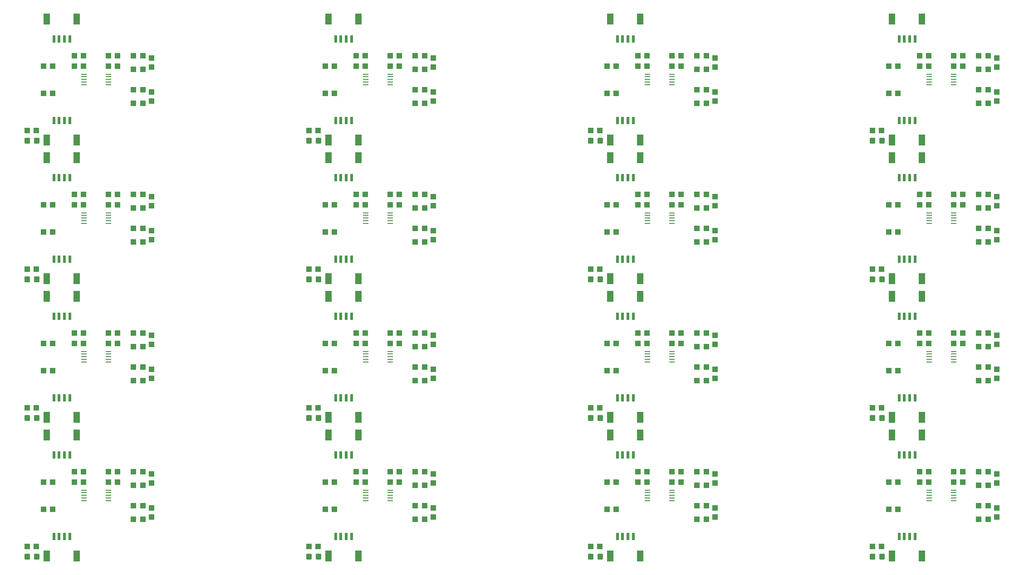
<source format=gtp>
G04 EAGLE Gerber RS-274X export*
G75*
%MOMM*%
%FSLAX34Y34*%
%LPD*%
%INSolderpaste Top*%
%IPPOS*%
%AMOC8*
5,1,8,0,0,1.08239X$1,22.5*%
G01*
%ADD10R,1.200000X2.000000*%
%ADD11R,0.600000X1.350000*%
%ADD12R,1.100000X0.250000*%
%ADD13R,1.100000X1.000000*%
%ADD14R,1.000000X1.100000*%
%ADD15C,0.300000*%


D10*
X99000Y14050D03*
X155000Y14050D03*
D11*
X112000Y50800D03*
X122000Y50800D03*
X132000Y50800D03*
X142000Y50800D03*
D12*
X167910Y122175D03*
X167910Y127175D03*
X167910Y132175D03*
X167910Y137175D03*
X167910Y117125D03*
X214160Y122175D03*
X214160Y127175D03*
X214160Y132175D03*
X214160Y137175D03*
X214160Y117125D03*
D10*
X155000Y239950D03*
X99000Y239950D03*
D11*
X142000Y203200D03*
X132000Y203200D03*
X122000Y203200D03*
X112000Y203200D03*
D13*
X277900Y107950D03*
X260900Y107950D03*
D14*
X294800Y86750D03*
X294800Y103750D03*
D13*
X260900Y82550D03*
X277900Y82550D03*
X277900Y146050D03*
X260900Y146050D03*
D14*
X294800Y167250D03*
X294800Y150250D03*
D13*
X260900Y171450D03*
X277900Y171450D03*
X167250Y152400D03*
X150250Y152400D03*
X213750Y171450D03*
X230750Y171450D03*
X167250Y171450D03*
X150250Y171450D03*
X213750Y152400D03*
X230750Y152400D03*
X93100Y101600D03*
X110100Y101600D03*
X93100Y152400D03*
X110100Y152400D03*
X62620Y31750D03*
X79620Y31750D03*
D15*
X65850Y16200D02*
X65850Y9200D01*
X58850Y9200D01*
X58850Y16200D01*
X65850Y16200D01*
X65850Y12050D02*
X58850Y12050D01*
X58850Y14900D02*
X65850Y14900D01*
X83390Y16200D02*
X83390Y9200D01*
X76390Y9200D01*
X76390Y16200D01*
X83390Y16200D01*
X83390Y12050D02*
X76390Y12050D01*
X76390Y14900D02*
X83390Y14900D01*
D10*
X624780Y14050D03*
X680780Y14050D03*
D11*
X637780Y50800D03*
X647780Y50800D03*
X657780Y50800D03*
X667780Y50800D03*
D12*
X693690Y122175D03*
X693690Y127175D03*
X693690Y132175D03*
X693690Y137175D03*
X693690Y117125D03*
X739940Y122175D03*
X739940Y127175D03*
X739940Y132175D03*
X739940Y137175D03*
X739940Y117125D03*
D10*
X680780Y239950D03*
X624780Y239950D03*
D11*
X667780Y203200D03*
X657780Y203200D03*
X647780Y203200D03*
X637780Y203200D03*
D13*
X803680Y107950D03*
X786680Y107950D03*
D14*
X820580Y86750D03*
X820580Y103750D03*
D13*
X786680Y82550D03*
X803680Y82550D03*
X803680Y146050D03*
X786680Y146050D03*
D14*
X820580Y167250D03*
X820580Y150250D03*
D13*
X786680Y171450D03*
X803680Y171450D03*
X693030Y152400D03*
X676030Y152400D03*
X739530Y171450D03*
X756530Y171450D03*
X693030Y171450D03*
X676030Y171450D03*
X739530Y152400D03*
X756530Y152400D03*
X618880Y101600D03*
X635880Y101600D03*
X618880Y152400D03*
X635880Y152400D03*
X588400Y31750D03*
X605400Y31750D03*
D15*
X591630Y16200D02*
X591630Y9200D01*
X584630Y9200D01*
X584630Y16200D01*
X591630Y16200D01*
X591630Y12050D02*
X584630Y12050D01*
X584630Y14900D02*
X591630Y14900D01*
X609170Y16200D02*
X609170Y9200D01*
X602170Y9200D01*
X602170Y16200D01*
X609170Y16200D01*
X609170Y12050D02*
X602170Y12050D01*
X602170Y14900D02*
X609170Y14900D01*
D10*
X1150560Y14050D03*
X1206560Y14050D03*
D11*
X1163560Y50800D03*
X1173560Y50800D03*
X1183560Y50800D03*
X1193560Y50800D03*
D12*
X1219470Y122175D03*
X1219470Y127175D03*
X1219470Y132175D03*
X1219470Y137175D03*
X1219470Y117125D03*
X1265720Y122175D03*
X1265720Y127175D03*
X1265720Y132175D03*
X1265720Y137175D03*
X1265720Y117125D03*
D10*
X1206560Y239950D03*
X1150560Y239950D03*
D11*
X1193560Y203200D03*
X1183560Y203200D03*
X1173560Y203200D03*
X1163560Y203200D03*
D13*
X1329460Y107950D03*
X1312460Y107950D03*
D14*
X1346360Y86750D03*
X1346360Y103750D03*
D13*
X1312460Y82550D03*
X1329460Y82550D03*
X1329460Y146050D03*
X1312460Y146050D03*
D14*
X1346360Y167250D03*
X1346360Y150250D03*
D13*
X1312460Y171450D03*
X1329460Y171450D03*
X1218810Y152400D03*
X1201810Y152400D03*
X1265310Y171450D03*
X1282310Y171450D03*
X1218810Y171450D03*
X1201810Y171450D03*
X1265310Y152400D03*
X1282310Y152400D03*
X1144660Y101600D03*
X1161660Y101600D03*
X1144660Y152400D03*
X1161660Y152400D03*
X1114180Y31750D03*
X1131180Y31750D03*
D15*
X1117410Y16200D02*
X1117410Y9200D01*
X1110410Y9200D01*
X1110410Y16200D01*
X1117410Y16200D01*
X1117410Y12050D02*
X1110410Y12050D01*
X1110410Y14900D02*
X1117410Y14900D01*
X1134950Y16200D02*
X1134950Y9200D01*
X1127950Y9200D01*
X1127950Y16200D01*
X1134950Y16200D01*
X1134950Y12050D02*
X1127950Y12050D01*
X1127950Y14900D02*
X1134950Y14900D01*
D10*
X1676340Y14050D03*
X1732340Y14050D03*
D11*
X1689340Y50800D03*
X1699340Y50800D03*
X1709340Y50800D03*
X1719340Y50800D03*
D12*
X1745250Y122175D03*
X1745250Y127175D03*
X1745250Y132175D03*
X1745250Y137175D03*
X1745250Y117125D03*
X1791500Y122175D03*
X1791500Y127175D03*
X1791500Y132175D03*
X1791500Y137175D03*
X1791500Y117125D03*
D10*
X1732340Y239950D03*
X1676340Y239950D03*
D11*
X1719340Y203200D03*
X1709340Y203200D03*
X1699340Y203200D03*
X1689340Y203200D03*
D13*
X1855240Y107950D03*
X1838240Y107950D03*
D14*
X1872140Y86750D03*
X1872140Y103750D03*
D13*
X1838240Y82550D03*
X1855240Y82550D03*
X1855240Y146050D03*
X1838240Y146050D03*
D14*
X1872140Y167250D03*
X1872140Y150250D03*
D13*
X1838240Y171450D03*
X1855240Y171450D03*
X1744590Y152400D03*
X1727590Y152400D03*
X1791090Y171450D03*
X1808090Y171450D03*
X1744590Y171450D03*
X1727590Y171450D03*
X1791090Y152400D03*
X1808090Y152400D03*
X1670440Y101600D03*
X1687440Y101600D03*
X1670440Y152400D03*
X1687440Y152400D03*
X1639960Y31750D03*
X1656960Y31750D03*
D15*
X1643190Y16200D02*
X1643190Y9200D01*
X1636190Y9200D01*
X1636190Y16200D01*
X1643190Y16200D01*
X1643190Y12050D02*
X1636190Y12050D01*
X1636190Y14900D02*
X1643190Y14900D01*
X1660730Y16200D02*
X1660730Y9200D01*
X1653730Y9200D01*
X1653730Y16200D01*
X1660730Y16200D01*
X1660730Y12050D02*
X1653730Y12050D01*
X1653730Y14900D02*
X1660730Y14900D01*
D10*
X99000Y273130D03*
X155000Y273130D03*
D11*
X112000Y309880D03*
X122000Y309880D03*
X132000Y309880D03*
X142000Y309880D03*
D12*
X167910Y381255D03*
X167910Y386255D03*
X167910Y391255D03*
X167910Y396255D03*
X167910Y376205D03*
X214160Y381255D03*
X214160Y386255D03*
X214160Y391255D03*
X214160Y396255D03*
X214160Y376205D03*
D10*
X155000Y499030D03*
X99000Y499030D03*
D11*
X142000Y462280D03*
X132000Y462280D03*
X122000Y462280D03*
X112000Y462280D03*
D13*
X277900Y367030D03*
X260900Y367030D03*
D14*
X294800Y345830D03*
X294800Y362830D03*
D13*
X260900Y341630D03*
X277900Y341630D03*
X277900Y405130D03*
X260900Y405130D03*
D14*
X294800Y426330D03*
X294800Y409330D03*
D13*
X260900Y430530D03*
X277900Y430530D03*
X167250Y411480D03*
X150250Y411480D03*
X213750Y430530D03*
X230750Y430530D03*
X167250Y430530D03*
X150250Y430530D03*
X213750Y411480D03*
X230750Y411480D03*
X93100Y360680D03*
X110100Y360680D03*
X93100Y411480D03*
X110100Y411480D03*
X62620Y290830D03*
X79620Y290830D03*
D15*
X65850Y275280D02*
X65850Y268280D01*
X58850Y268280D01*
X58850Y275280D01*
X65850Y275280D01*
X65850Y271130D02*
X58850Y271130D01*
X58850Y273980D02*
X65850Y273980D01*
X83390Y275280D02*
X83390Y268280D01*
X76390Y268280D01*
X76390Y275280D01*
X83390Y275280D01*
X83390Y271130D02*
X76390Y271130D01*
X76390Y273980D02*
X83390Y273980D01*
D10*
X624780Y273130D03*
X680780Y273130D03*
D11*
X637780Y309880D03*
X647780Y309880D03*
X657780Y309880D03*
X667780Y309880D03*
D12*
X693690Y381255D03*
X693690Y386255D03*
X693690Y391255D03*
X693690Y396255D03*
X693690Y376205D03*
X739940Y381255D03*
X739940Y386255D03*
X739940Y391255D03*
X739940Y396255D03*
X739940Y376205D03*
D10*
X680780Y499030D03*
X624780Y499030D03*
D11*
X667780Y462280D03*
X657780Y462280D03*
X647780Y462280D03*
X637780Y462280D03*
D13*
X803680Y367030D03*
X786680Y367030D03*
D14*
X820580Y345830D03*
X820580Y362830D03*
D13*
X786680Y341630D03*
X803680Y341630D03*
X803680Y405130D03*
X786680Y405130D03*
D14*
X820580Y426330D03*
X820580Y409330D03*
D13*
X786680Y430530D03*
X803680Y430530D03*
X693030Y411480D03*
X676030Y411480D03*
X739530Y430530D03*
X756530Y430530D03*
X693030Y430530D03*
X676030Y430530D03*
X739530Y411480D03*
X756530Y411480D03*
X618880Y360680D03*
X635880Y360680D03*
X618880Y411480D03*
X635880Y411480D03*
X588400Y290830D03*
X605400Y290830D03*
D15*
X591630Y275280D02*
X591630Y268280D01*
X584630Y268280D01*
X584630Y275280D01*
X591630Y275280D01*
X591630Y271130D02*
X584630Y271130D01*
X584630Y273980D02*
X591630Y273980D01*
X609170Y275280D02*
X609170Y268280D01*
X602170Y268280D01*
X602170Y275280D01*
X609170Y275280D01*
X609170Y271130D02*
X602170Y271130D01*
X602170Y273980D02*
X609170Y273980D01*
D10*
X1150560Y273130D03*
X1206560Y273130D03*
D11*
X1163560Y309880D03*
X1173560Y309880D03*
X1183560Y309880D03*
X1193560Y309880D03*
D12*
X1219470Y381255D03*
X1219470Y386255D03*
X1219470Y391255D03*
X1219470Y396255D03*
X1219470Y376205D03*
X1265720Y381255D03*
X1265720Y386255D03*
X1265720Y391255D03*
X1265720Y396255D03*
X1265720Y376205D03*
D10*
X1206560Y499030D03*
X1150560Y499030D03*
D11*
X1193560Y462280D03*
X1183560Y462280D03*
X1173560Y462280D03*
X1163560Y462280D03*
D13*
X1329460Y367030D03*
X1312460Y367030D03*
D14*
X1346360Y345830D03*
X1346360Y362830D03*
D13*
X1312460Y341630D03*
X1329460Y341630D03*
X1329460Y405130D03*
X1312460Y405130D03*
D14*
X1346360Y426330D03*
X1346360Y409330D03*
D13*
X1312460Y430530D03*
X1329460Y430530D03*
X1218810Y411480D03*
X1201810Y411480D03*
X1265310Y430530D03*
X1282310Y430530D03*
X1218810Y430530D03*
X1201810Y430530D03*
X1265310Y411480D03*
X1282310Y411480D03*
X1144660Y360680D03*
X1161660Y360680D03*
X1144660Y411480D03*
X1161660Y411480D03*
X1114180Y290830D03*
X1131180Y290830D03*
D15*
X1117410Y275280D02*
X1117410Y268280D01*
X1110410Y268280D01*
X1110410Y275280D01*
X1117410Y275280D01*
X1117410Y271130D02*
X1110410Y271130D01*
X1110410Y273980D02*
X1117410Y273980D01*
X1134950Y275280D02*
X1134950Y268280D01*
X1127950Y268280D01*
X1127950Y275280D01*
X1134950Y275280D01*
X1134950Y271130D02*
X1127950Y271130D01*
X1127950Y273980D02*
X1134950Y273980D01*
D10*
X1676340Y273130D03*
X1732340Y273130D03*
D11*
X1689340Y309880D03*
X1699340Y309880D03*
X1709340Y309880D03*
X1719340Y309880D03*
D12*
X1745250Y381255D03*
X1745250Y386255D03*
X1745250Y391255D03*
X1745250Y396255D03*
X1745250Y376205D03*
X1791500Y381255D03*
X1791500Y386255D03*
X1791500Y391255D03*
X1791500Y396255D03*
X1791500Y376205D03*
D10*
X1732340Y499030D03*
X1676340Y499030D03*
D11*
X1719340Y462280D03*
X1709340Y462280D03*
X1699340Y462280D03*
X1689340Y462280D03*
D13*
X1855240Y367030D03*
X1838240Y367030D03*
D14*
X1872140Y345830D03*
X1872140Y362830D03*
D13*
X1838240Y341630D03*
X1855240Y341630D03*
X1855240Y405130D03*
X1838240Y405130D03*
D14*
X1872140Y426330D03*
X1872140Y409330D03*
D13*
X1838240Y430530D03*
X1855240Y430530D03*
X1744590Y411480D03*
X1727590Y411480D03*
X1791090Y430530D03*
X1808090Y430530D03*
X1744590Y430530D03*
X1727590Y430530D03*
X1791090Y411480D03*
X1808090Y411480D03*
X1670440Y360680D03*
X1687440Y360680D03*
X1670440Y411480D03*
X1687440Y411480D03*
X1639960Y290830D03*
X1656960Y290830D03*
D15*
X1643190Y275280D02*
X1643190Y268280D01*
X1636190Y268280D01*
X1636190Y275280D01*
X1643190Y275280D01*
X1643190Y271130D02*
X1636190Y271130D01*
X1636190Y273980D02*
X1643190Y273980D01*
X1660730Y275280D02*
X1660730Y268280D01*
X1653730Y268280D01*
X1653730Y275280D01*
X1660730Y275280D01*
X1660730Y271130D02*
X1653730Y271130D01*
X1653730Y273980D02*
X1660730Y273980D01*
D10*
X99000Y532210D03*
X155000Y532210D03*
D11*
X112000Y568960D03*
X122000Y568960D03*
X132000Y568960D03*
X142000Y568960D03*
D12*
X167910Y640335D03*
X167910Y645335D03*
X167910Y650335D03*
X167910Y655335D03*
X167910Y635285D03*
X214160Y640335D03*
X214160Y645335D03*
X214160Y650335D03*
X214160Y655335D03*
X214160Y635285D03*
D10*
X155000Y758110D03*
X99000Y758110D03*
D11*
X142000Y721360D03*
X132000Y721360D03*
X122000Y721360D03*
X112000Y721360D03*
D13*
X277900Y626110D03*
X260900Y626110D03*
D14*
X294800Y604910D03*
X294800Y621910D03*
D13*
X260900Y600710D03*
X277900Y600710D03*
X277900Y664210D03*
X260900Y664210D03*
D14*
X294800Y685410D03*
X294800Y668410D03*
D13*
X260900Y689610D03*
X277900Y689610D03*
X167250Y670560D03*
X150250Y670560D03*
X213750Y689610D03*
X230750Y689610D03*
X167250Y689610D03*
X150250Y689610D03*
X213750Y670560D03*
X230750Y670560D03*
X93100Y619760D03*
X110100Y619760D03*
X93100Y670560D03*
X110100Y670560D03*
X62620Y549910D03*
X79620Y549910D03*
D15*
X65850Y534360D02*
X65850Y527360D01*
X58850Y527360D01*
X58850Y534360D01*
X65850Y534360D01*
X65850Y530210D02*
X58850Y530210D01*
X58850Y533060D02*
X65850Y533060D01*
X83390Y534360D02*
X83390Y527360D01*
X76390Y527360D01*
X76390Y534360D01*
X83390Y534360D01*
X83390Y530210D02*
X76390Y530210D01*
X76390Y533060D02*
X83390Y533060D01*
D10*
X624780Y532210D03*
X680780Y532210D03*
D11*
X637780Y568960D03*
X647780Y568960D03*
X657780Y568960D03*
X667780Y568960D03*
D12*
X693690Y640335D03*
X693690Y645335D03*
X693690Y650335D03*
X693690Y655335D03*
X693690Y635285D03*
X739940Y640335D03*
X739940Y645335D03*
X739940Y650335D03*
X739940Y655335D03*
X739940Y635285D03*
D10*
X680780Y758110D03*
X624780Y758110D03*
D11*
X667780Y721360D03*
X657780Y721360D03*
X647780Y721360D03*
X637780Y721360D03*
D13*
X803680Y626110D03*
X786680Y626110D03*
D14*
X820580Y604910D03*
X820580Y621910D03*
D13*
X786680Y600710D03*
X803680Y600710D03*
X803680Y664210D03*
X786680Y664210D03*
D14*
X820580Y685410D03*
X820580Y668410D03*
D13*
X786680Y689610D03*
X803680Y689610D03*
X693030Y670560D03*
X676030Y670560D03*
X739530Y689610D03*
X756530Y689610D03*
X693030Y689610D03*
X676030Y689610D03*
X739530Y670560D03*
X756530Y670560D03*
X618880Y619760D03*
X635880Y619760D03*
X618880Y670560D03*
X635880Y670560D03*
X588400Y549910D03*
X605400Y549910D03*
D15*
X591630Y534360D02*
X591630Y527360D01*
X584630Y527360D01*
X584630Y534360D01*
X591630Y534360D01*
X591630Y530210D02*
X584630Y530210D01*
X584630Y533060D02*
X591630Y533060D01*
X609170Y534360D02*
X609170Y527360D01*
X602170Y527360D01*
X602170Y534360D01*
X609170Y534360D01*
X609170Y530210D02*
X602170Y530210D01*
X602170Y533060D02*
X609170Y533060D01*
D10*
X1150560Y532210D03*
X1206560Y532210D03*
D11*
X1163560Y568960D03*
X1173560Y568960D03*
X1183560Y568960D03*
X1193560Y568960D03*
D12*
X1219470Y640335D03*
X1219470Y645335D03*
X1219470Y650335D03*
X1219470Y655335D03*
X1219470Y635285D03*
X1265720Y640335D03*
X1265720Y645335D03*
X1265720Y650335D03*
X1265720Y655335D03*
X1265720Y635285D03*
D10*
X1206560Y758110D03*
X1150560Y758110D03*
D11*
X1193560Y721360D03*
X1183560Y721360D03*
X1173560Y721360D03*
X1163560Y721360D03*
D13*
X1329460Y626110D03*
X1312460Y626110D03*
D14*
X1346360Y604910D03*
X1346360Y621910D03*
D13*
X1312460Y600710D03*
X1329460Y600710D03*
X1329460Y664210D03*
X1312460Y664210D03*
D14*
X1346360Y685410D03*
X1346360Y668410D03*
D13*
X1312460Y689610D03*
X1329460Y689610D03*
X1218810Y670560D03*
X1201810Y670560D03*
X1265310Y689610D03*
X1282310Y689610D03*
X1218810Y689610D03*
X1201810Y689610D03*
X1265310Y670560D03*
X1282310Y670560D03*
X1144660Y619760D03*
X1161660Y619760D03*
X1144660Y670560D03*
X1161660Y670560D03*
X1114180Y549910D03*
X1131180Y549910D03*
D15*
X1117410Y534360D02*
X1117410Y527360D01*
X1110410Y527360D01*
X1110410Y534360D01*
X1117410Y534360D01*
X1117410Y530210D02*
X1110410Y530210D01*
X1110410Y533060D02*
X1117410Y533060D01*
X1134950Y534360D02*
X1134950Y527360D01*
X1127950Y527360D01*
X1127950Y534360D01*
X1134950Y534360D01*
X1134950Y530210D02*
X1127950Y530210D01*
X1127950Y533060D02*
X1134950Y533060D01*
D10*
X1676340Y532210D03*
X1732340Y532210D03*
D11*
X1689340Y568960D03*
X1699340Y568960D03*
X1709340Y568960D03*
X1719340Y568960D03*
D12*
X1745250Y640335D03*
X1745250Y645335D03*
X1745250Y650335D03*
X1745250Y655335D03*
X1745250Y635285D03*
X1791500Y640335D03*
X1791500Y645335D03*
X1791500Y650335D03*
X1791500Y655335D03*
X1791500Y635285D03*
D10*
X1732340Y758110D03*
X1676340Y758110D03*
D11*
X1719340Y721360D03*
X1709340Y721360D03*
X1699340Y721360D03*
X1689340Y721360D03*
D13*
X1855240Y626110D03*
X1838240Y626110D03*
D14*
X1872140Y604910D03*
X1872140Y621910D03*
D13*
X1838240Y600710D03*
X1855240Y600710D03*
X1855240Y664210D03*
X1838240Y664210D03*
D14*
X1872140Y685410D03*
X1872140Y668410D03*
D13*
X1838240Y689610D03*
X1855240Y689610D03*
X1744590Y670560D03*
X1727590Y670560D03*
X1791090Y689610D03*
X1808090Y689610D03*
X1744590Y689610D03*
X1727590Y689610D03*
X1791090Y670560D03*
X1808090Y670560D03*
X1670440Y619760D03*
X1687440Y619760D03*
X1670440Y670560D03*
X1687440Y670560D03*
X1639960Y549910D03*
X1656960Y549910D03*
D15*
X1643190Y534360D02*
X1643190Y527360D01*
X1636190Y527360D01*
X1636190Y534360D01*
X1643190Y534360D01*
X1643190Y530210D02*
X1636190Y530210D01*
X1636190Y533060D02*
X1643190Y533060D01*
X1660730Y534360D02*
X1660730Y527360D01*
X1653730Y527360D01*
X1653730Y534360D01*
X1660730Y534360D01*
X1660730Y530210D02*
X1653730Y530210D01*
X1653730Y533060D02*
X1660730Y533060D01*
D10*
X99000Y791290D03*
X155000Y791290D03*
D11*
X112000Y828040D03*
X122000Y828040D03*
X132000Y828040D03*
X142000Y828040D03*
D12*
X167910Y899415D03*
X167910Y904415D03*
X167910Y909415D03*
X167910Y914415D03*
X167910Y894365D03*
X214160Y899415D03*
X214160Y904415D03*
X214160Y909415D03*
X214160Y914415D03*
X214160Y894365D03*
D10*
X155000Y1017190D03*
X99000Y1017190D03*
D11*
X142000Y980440D03*
X132000Y980440D03*
X122000Y980440D03*
X112000Y980440D03*
D13*
X277900Y885190D03*
X260900Y885190D03*
D14*
X294800Y863990D03*
X294800Y880990D03*
D13*
X260900Y859790D03*
X277900Y859790D03*
X277900Y923290D03*
X260900Y923290D03*
D14*
X294800Y944490D03*
X294800Y927490D03*
D13*
X260900Y948690D03*
X277900Y948690D03*
X167250Y929640D03*
X150250Y929640D03*
X213750Y948690D03*
X230750Y948690D03*
X167250Y948690D03*
X150250Y948690D03*
X213750Y929640D03*
X230750Y929640D03*
X93100Y878840D03*
X110100Y878840D03*
X93100Y929640D03*
X110100Y929640D03*
X62620Y808990D03*
X79620Y808990D03*
D15*
X65850Y793440D02*
X65850Y786440D01*
X58850Y786440D01*
X58850Y793440D01*
X65850Y793440D01*
X65850Y789290D02*
X58850Y789290D01*
X58850Y792140D02*
X65850Y792140D01*
X83390Y793440D02*
X83390Y786440D01*
X76390Y786440D01*
X76390Y793440D01*
X83390Y793440D01*
X83390Y789290D02*
X76390Y789290D01*
X76390Y792140D02*
X83390Y792140D01*
D10*
X624780Y791290D03*
X680780Y791290D03*
D11*
X637780Y828040D03*
X647780Y828040D03*
X657780Y828040D03*
X667780Y828040D03*
D12*
X693690Y899415D03*
X693690Y904415D03*
X693690Y909415D03*
X693690Y914415D03*
X693690Y894365D03*
X739940Y899415D03*
X739940Y904415D03*
X739940Y909415D03*
X739940Y914415D03*
X739940Y894365D03*
D10*
X680780Y1017190D03*
X624780Y1017190D03*
D11*
X667780Y980440D03*
X657780Y980440D03*
X647780Y980440D03*
X637780Y980440D03*
D13*
X803680Y885190D03*
X786680Y885190D03*
D14*
X820580Y863990D03*
X820580Y880990D03*
D13*
X786680Y859790D03*
X803680Y859790D03*
X803680Y923290D03*
X786680Y923290D03*
D14*
X820580Y944490D03*
X820580Y927490D03*
D13*
X786680Y948690D03*
X803680Y948690D03*
X693030Y929640D03*
X676030Y929640D03*
X739530Y948690D03*
X756530Y948690D03*
X693030Y948690D03*
X676030Y948690D03*
X739530Y929640D03*
X756530Y929640D03*
X618880Y878840D03*
X635880Y878840D03*
X618880Y929640D03*
X635880Y929640D03*
X588400Y808990D03*
X605400Y808990D03*
D15*
X591630Y793440D02*
X591630Y786440D01*
X584630Y786440D01*
X584630Y793440D01*
X591630Y793440D01*
X591630Y789290D02*
X584630Y789290D01*
X584630Y792140D02*
X591630Y792140D01*
X609170Y793440D02*
X609170Y786440D01*
X602170Y786440D01*
X602170Y793440D01*
X609170Y793440D01*
X609170Y789290D02*
X602170Y789290D01*
X602170Y792140D02*
X609170Y792140D01*
D10*
X1150560Y791290D03*
X1206560Y791290D03*
D11*
X1163560Y828040D03*
X1173560Y828040D03*
X1183560Y828040D03*
X1193560Y828040D03*
D12*
X1219470Y899415D03*
X1219470Y904415D03*
X1219470Y909415D03*
X1219470Y914415D03*
X1219470Y894365D03*
X1265720Y899415D03*
X1265720Y904415D03*
X1265720Y909415D03*
X1265720Y914415D03*
X1265720Y894365D03*
D10*
X1206560Y1017190D03*
X1150560Y1017190D03*
D11*
X1193560Y980440D03*
X1183560Y980440D03*
X1173560Y980440D03*
X1163560Y980440D03*
D13*
X1329460Y885190D03*
X1312460Y885190D03*
D14*
X1346360Y863990D03*
X1346360Y880990D03*
D13*
X1312460Y859790D03*
X1329460Y859790D03*
X1329460Y923290D03*
X1312460Y923290D03*
D14*
X1346360Y944490D03*
X1346360Y927490D03*
D13*
X1312460Y948690D03*
X1329460Y948690D03*
X1218810Y929640D03*
X1201810Y929640D03*
X1265310Y948690D03*
X1282310Y948690D03*
X1218810Y948690D03*
X1201810Y948690D03*
X1265310Y929640D03*
X1282310Y929640D03*
X1144660Y878840D03*
X1161660Y878840D03*
X1144660Y929640D03*
X1161660Y929640D03*
X1114180Y808990D03*
X1131180Y808990D03*
D15*
X1117410Y793440D02*
X1117410Y786440D01*
X1110410Y786440D01*
X1110410Y793440D01*
X1117410Y793440D01*
X1117410Y789290D02*
X1110410Y789290D01*
X1110410Y792140D02*
X1117410Y792140D01*
X1134950Y793440D02*
X1134950Y786440D01*
X1127950Y786440D01*
X1127950Y793440D01*
X1134950Y793440D01*
X1134950Y789290D02*
X1127950Y789290D01*
X1127950Y792140D02*
X1134950Y792140D01*
D10*
X1676340Y791290D03*
X1732340Y791290D03*
D11*
X1689340Y828040D03*
X1699340Y828040D03*
X1709340Y828040D03*
X1719340Y828040D03*
D12*
X1745250Y899415D03*
X1745250Y904415D03*
X1745250Y909415D03*
X1745250Y914415D03*
X1745250Y894365D03*
X1791500Y899415D03*
X1791500Y904415D03*
X1791500Y909415D03*
X1791500Y914415D03*
X1791500Y894365D03*
D10*
X1732340Y1017190D03*
X1676340Y1017190D03*
D11*
X1719340Y980440D03*
X1709340Y980440D03*
X1699340Y980440D03*
X1689340Y980440D03*
D13*
X1855240Y885190D03*
X1838240Y885190D03*
D14*
X1872140Y863990D03*
X1872140Y880990D03*
D13*
X1838240Y859790D03*
X1855240Y859790D03*
X1855240Y923290D03*
X1838240Y923290D03*
D14*
X1872140Y944490D03*
X1872140Y927490D03*
D13*
X1838240Y948690D03*
X1855240Y948690D03*
X1744590Y929640D03*
X1727590Y929640D03*
X1791090Y948690D03*
X1808090Y948690D03*
X1744590Y948690D03*
X1727590Y948690D03*
X1791090Y929640D03*
X1808090Y929640D03*
X1670440Y878840D03*
X1687440Y878840D03*
X1670440Y929640D03*
X1687440Y929640D03*
X1639960Y808990D03*
X1656960Y808990D03*
D15*
X1643190Y793440D02*
X1643190Y786440D01*
X1636190Y786440D01*
X1636190Y793440D01*
X1643190Y793440D01*
X1643190Y789290D02*
X1636190Y789290D01*
X1636190Y792140D02*
X1643190Y792140D01*
X1660730Y793440D02*
X1660730Y786440D01*
X1653730Y786440D01*
X1653730Y793440D01*
X1660730Y793440D01*
X1660730Y789290D02*
X1653730Y789290D01*
X1653730Y792140D02*
X1660730Y792140D01*
M02*

</source>
